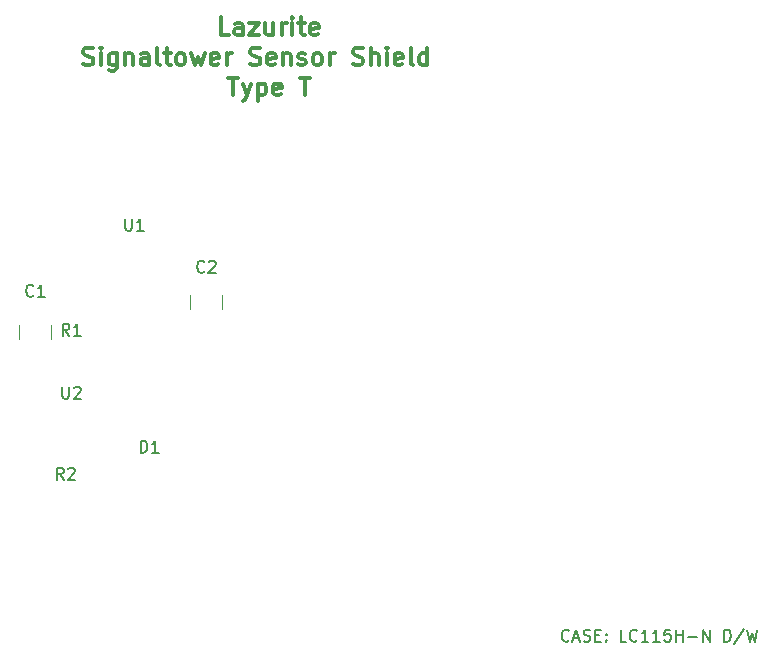
<source format=gbr>
G04 #@! TF.GenerationSoftware,KiCad,Pcbnew,(5.1.4)-1*
G04 #@! TF.CreationDate,2019-11-08T16:07:48+09:00*
G04 #@! TF.ProjectId,signaltowr_hikarikensyutu,7369676e-616c-4746-9f77-725f68696b61,rev?*
G04 #@! TF.SameCoordinates,Original*
G04 #@! TF.FileFunction,Legend,Top*
G04 #@! TF.FilePolarity,Positive*
%FSLAX46Y46*%
G04 Gerber Fmt 4.6, Leading zero omitted, Abs format (unit mm)*
G04 Created by KiCad (PCBNEW (5.1.4)-1) date 2019-11-08 16:07:48*
%MOMM*%
%LPD*%
G04 APERTURE LIST*
%ADD10C,0.300000*%
%ADD11C,0.150000*%
%ADD12C,0.120000*%
G04 APERTURE END LIST*
D10*
X115479142Y-56294571D02*
X114764857Y-56294571D01*
X114764857Y-54794571D01*
X116622000Y-56294571D02*
X116622000Y-55508857D01*
X116550571Y-55366000D01*
X116407714Y-55294571D01*
X116122000Y-55294571D01*
X115979142Y-55366000D01*
X116622000Y-56223142D02*
X116479142Y-56294571D01*
X116122000Y-56294571D01*
X115979142Y-56223142D01*
X115907714Y-56080285D01*
X115907714Y-55937428D01*
X115979142Y-55794571D01*
X116122000Y-55723142D01*
X116479142Y-55723142D01*
X116622000Y-55651714D01*
X117193428Y-55294571D02*
X117979142Y-55294571D01*
X117193428Y-56294571D01*
X117979142Y-56294571D01*
X119193428Y-55294571D02*
X119193428Y-56294571D01*
X118550571Y-55294571D02*
X118550571Y-56080285D01*
X118622000Y-56223142D01*
X118764857Y-56294571D01*
X118979142Y-56294571D01*
X119122000Y-56223142D01*
X119193428Y-56151714D01*
X119907714Y-56294571D02*
X119907714Y-55294571D01*
X119907714Y-55580285D02*
X119979142Y-55437428D01*
X120050571Y-55366000D01*
X120193428Y-55294571D01*
X120336285Y-55294571D01*
X120836285Y-56294571D02*
X120836285Y-55294571D01*
X120836285Y-54794571D02*
X120764857Y-54866000D01*
X120836285Y-54937428D01*
X120907714Y-54866000D01*
X120836285Y-54794571D01*
X120836285Y-54937428D01*
X121336285Y-55294571D02*
X121907714Y-55294571D01*
X121550571Y-54794571D02*
X121550571Y-56080285D01*
X121622000Y-56223142D01*
X121764857Y-56294571D01*
X121907714Y-56294571D01*
X122979142Y-56223142D02*
X122836285Y-56294571D01*
X122550571Y-56294571D01*
X122407714Y-56223142D01*
X122336285Y-56080285D01*
X122336285Y-55508857D01*
X122407714Y-55366000D01*
X122550571Y-55294571D01*
X122836285Y-55294571D01*
X122979142Y-55366000D01*
X123050571Y-55508857D01*
X123050571Y-55651714D01*
X122336285Y-55794571D01*
X103122000Y-58773142D02*
X103336285Y-58844571D01*
X103693428Y-58844571D01*
X103836285Y-58773142D01*
X103907714Y-58701714D01*
X103979142Y-58558857D01*
X103979142Y-58416000D01*
X103907714Y-58273142D01*
X103836285Y-58201714D01*
X103693428Y-58130285D01*
X103407714Y-58058857D01*
X103264857Y-57987428D01*
X103193428Y-57916000D01*
X103122000Y-57773142D01*
X103122000Y-57630285D01*
X103193428Y-57487428D01*
X103264857Y-57416000D01*
X103407714Y-57344571D01*
X103764857Y-57344571D01*
X103979142Y-57416000D01*
X104622000Y-58844571D02*
X104622000Y-57844571D01*
X104622000Y-57344571D02*
X104550571Y-57416000D01*
X104622000Y-57487428D01*
X104693428Y-57416000D01*
X104622000Y-57344571D01*
X104622000Y-57487428D01*
X105979142Y-57844571D02*
X105979142Y-59058857D01*
X105907714Y-59201714D01*
X105836285Y-59273142D01*
X105693428Y-59344571D01*
X105479142Y-59344571D01*
X105336285Y-59273142D01*
X105979142Y-58773142D02*
X105836285Y-58844571D01*
X105550571Y-58844571D01*
X105407714Y-58773142D01*
X105336285Y-58701714D01*
X105264857Y-58558857D01*
X105264857Y-58130285D01*
X105336285Y-57987428D01*
X105407714Y-57916000D01*
X105550571Y-57844571D01*
X105836285Y-57844571D01*
X105979142Y-57916000D01*
X106693428Y-57844571D02*
X106693428Y-58844571D01*
X106693428Y-57987428D02*
X106764857Y-57916000D01*
X106907714Y-57844571D01*
X107122000Y-57844571D01*
X107264857Y-57916000D01*
X107336285Y-58058857D01*
X107336285Y-58844571D01*
X108693428Y-58844571D02*
X108693428Y-58058857D01*
X108622000Y-57916000D01*
X108479142Y-57844571D01*
X108193428Y-57844571D01*
X108050571Y-57916000D01*
X108693428Y-58773142D02*
X108550571Y-58844571D01*
X108193428Y-58844571D01*
X108050571Y-58773142D01*
X107979142Y-58630285D01*
X107979142Y-58487428D01*
X108050571Y-58344571D01*
X108193428Y-58273142D01*
X108550571Y-58273142D01*
X108693428Y-58201714D01*
X109622000Y-58844571D02*
X109479142Y-58773142D01*
X109407714Y-58630285D01*
X109407714Y-57344571D01*
X109979142Y-57844571D02*
X110550571Y-57844571D01*
X110193428Y-57344571D02*
X110193428Y-58630285D01*
X110264857Y-58773142D01*
X110407714Y-58844571D01*
X110550571Y-58844571D01*
X111264857Y-58844571D02*
X111122000Y-58773142D01*
X111050571Y-58701714D01*
X110979142Y-58558857D01*
X110979142Y-58130285D01*
X111050571Y-57987428D01*
X111122000Y-57916000D01*
X111264857Y-57844571D01*
X111479142Y-57844571D01*
X111622000Y-57916000D01*
X111693428Y-57987428D01*
X111764857Y-58130285D01*
X111764857Y-58558857D01*
X111693428Y-58701714D01*
X111622000Y-58773142D01*
X111479142Y-58844571D01*
X111264857Y-58844571D01*
X112264857Y-57844571D02*
X112550571Y-58844571D01*
X112836285Y-58130285D01*
X113122000Y-58844571D01*
X113407714Y-57844571D01*
X114550571Y-58773142D02*
X114407714Y-58844571D01*
X114122000Y-58844571D01*
X113979142Y-58773142D01*
X113907714Y-58630285D01*
X113907714Y-58058857D01*
X113979142Y-57916000D01*
X114122000Y-57844571D01*
X114407714Y-57844571D01*
X114550571Y-57916000D01*
X114622000Y-58058857D01*
X114622000Y-58201714D01*
X113907714Y-58344571D01*
X115264857Y-58844571D02*
X115264857Y-57844571D01*
X115264857Y-58130285D02*
X115336285Y-57987428D01*
X115407714Y-57916000D01*
X115550571Y-57844571D01*
X115693428Y-57844571D01*
X117264857Y-58773142D02*
X117479142Y-58844571D01*
X117836285Y-58844571D01*
X117979142Y-58773142D01*
X118050571Y-58701714D01*
X118122000Y-58558857D01*
X118122000Y-58416000D01*
X118050571Y-58273142D01*
X117979142Y-58201714D01*
X117836285Y-58130285D01*
X117550571Y-58058857D01*
X117407714Y-57987428D01*
X117336285Y-57916000D01*
X117264857Y-57773142D01*
X117264857Y-57630285D01*
X117336285Y-57487428D01*
X117407714Y-57416000D01*
X117550571Y-57344571D01*
X117907714Y-57344571D01*
X118122000Y-57416000D01*
X119336285Y-58773142D02*
X119193428Y-58844571D01*
X118907714Y-58844571D01*
X118764857Y-58773142D01*
X118693428Y-58630285D01*
X118693428Y-58058857D01*
X118764857Y-57916000D01*
X118907714Y-57844571D01*
X119193428Y-57844571D01*
X119336285Y-57916000D01*
X119407714Y-58058857D01*
X119407714Y-58201714D01*
X118693428Y-58344571D01*
X120050571Y-57844571D02*
X120050571Y-58844571D01*
X120050571Y-57987428D02*
X120122000Y-57916000D01*
X120264857Y-57844571D01*
X120479142Y-57844571D01*
X120622000Y-57916000D01*
X120693428Y-58058857D01*
X120693428Y-58844571D01*
X121336285Y-58773142D02*
X121479142Y-58844571D01*
X121764857Y-58844571D01*
X121907714Y-58773142D01*
X121979142Y-58630285D01*
X121979142Y-58558857D01*
X121907714Y-58416000D01*
X121764857Y-58344571D01*
X121550571Y-58344571D01*
X121407714Y-58273142D01*
X121336285Y-58130285D01*
X121336285Y-58058857D01*
X121407714Y-57916000D01*
X121550571Y-57844571D01*
X121764857Y-57844571D01*
X121907714Y-57916000D01*
X122836285Y-58844571D02*
X122693428Y-58773142D01*
X122622000Y-58701714D01*
X122550571Y-58558857D01*
X122550571Y-58130285D01*
X122622000Y-57987428D01*
X122693428Y-57916000D01*
X122836285Y-57844571D01*
X123050571Y-57844571D01*
X123193428Y-57916000D01*
X123264857Y-57987428D01*
X123336285Y-58130285D01*
X123336285Y-58558857D01*
X123264857Y-58701714D01*
X123193428Y-58773142D01*
X123050571Y-58844571D01*
X122836285Y-58844571D01*
X123979142Y-58844571D02*
X123979142Y-57844571D01*
X123979142Y-58130285D02*
X124050571Y-57987428D01*
X124122000Y-57916000D01*
X124264857Y-57844571D01*
X124407714Y-57844571D01*
X125979142Y-58773142D02*
X126193428Y-58844571D01*
X126550571Y-58844571D01*
X126693428Y-58773142D01*
X126764857Y-58701714D01*
X126836285Y-58558857D01*
X126836285Y-58416000D01*
X126764857Y-58273142D01*
X126693428Y-58201714D01*
X126550571Y-58130285D01*
X126264857Y-58058857D01*
X126122000Y-57987428D01*
X126050571Y-57916000D01*
X125979142Y-57773142D01*
X125979142Y-57630285D01*
X126050571Y-57487428D01*
X126122000Y-57416000D01*
X126264857Y-57344571D01*
X126622000Y-57344571D01*
X126836285Y-57416000D01*
X127479142Y-58844571D02*
X127479142Y-57344571D01*
X128122000Y-58844571D02*
X128122000Y-58058857D01*
X128050571Y-57916000D01*
X127907714Y-57844571D01*
X127693428Y-57844571D01*
X127550571Y-57916000D01*
X127479142Y-57987428D01*
X128836285Y-58844571D02*
X128836285Y-57844571D01*
X128836285Y-57344571D02*
X128764857Y-57416000D01*
X128836285Y-57487428D01*
X128907714Y-57416000D01*
X128836285Y-57344571D01*
X128836285Y-57487428D01*
X130122000Y-58773142D02*
X129979142Y-58844571D01*
X129693428Y-58844571D01*
X129550571Y-58773142D01*
X129479142Y-58630285D01*
X129479142Y-58058857D01*
X129550571Y-57916000D01*
X129693428Y-57844571D01*
X129979142Y-57844571D01*
X130122000Y-57916000D01*
X130193428Y-58058857D01*
X130193428Y-58201714D01*
X129479142Y-58344571D01*
X131050571Y-58844571D02*
X130907714Y-58773142D01*
X130836285Y-58630285D01*
X130836285Y-57344571D01*
X132264857Y-58844571D02*
X132264857Y-57344571D01*
X132264857Y-58773142D02*
X132122000Y-58844571D01*
X131836285Y-58844571D01*
X131693428Y-58773142D01*
X131622000Y-58701714D01*
X131550571Y-58558857D01*
X131550571Y-58130285D01*
X131622000Y-57987428D01*
X131693428Y-57916000D01*
X131836285Y-57844571D01*
X132122000Y-57844571D01*
X132264857Y-57916000D01*
X115407714Y-59894571D02*
X116264857Y-59894571D01*
X115836285Y-61394571D02*
X115836285Y-59894571D01*
X116622000Y-60394571D02*
X116979142Y-61394571D01*
X117336285Y-60394571D02*
X116979142Y-61394571D01*
X116836285Y-61751714D01*
X116764857Y-61823142D01*
X116622000Y-61894571D01*
X117907714Y-60394571D02*
X117907714Y-61894571D01*
X117907714Y-60466000D02*
X118050571Y-60394571D01*
X118336285Y-60394571D01*
X118479142Y-60466000D01*
X118550571Y-60537428D01*
X118622000Y-60680285D01*
X118622000Y-61108857D01*
X118550571Y-61251714D01*
X118479142Y-61323142D01*
X118336285Y-61394571D01*
X118050571Y-61394571D01*
X117907714Y-61323142D01*
X119836285Y-61323142D02*
X119693428Y-61394571D01*
X119407714Y-61394571D01*
X119264857Y-61323142D01*
X119193428Y-61180285D01*
X119193428Y-60608857D01*
X119264857Y-60466000D01*
X119407714Y-60394571D01*
X119693428Y-60394571D01*
X119836285Y-60466000D01*
X119907714Y-60608857D01*
X119907714Y-60751714D01*
X119193428Y-60894571D01*
X121479142Y-59894571D02*
X122336285Y-59894571D01*
X121907714Y-61394571D02*
X121907714Y-59894571D01*
D11*
X144249142Y-107545142D02*
X144201523Y-107592761D01*
X144058666Y-107640380D01*
X143963428Y-107640380D01*
X143820571Y-107592761D01*
X143725333Y-107497523D01*
X143677714Y-107402285D01*
X143630095Y-107211809D01*
X143630095Y-107068952D01*
X143677714Y-106878476D01*
X143725333Y-106783238D01*
X143820571Y-106688000D01*
X143963428Y-106640380D01*
X144058666Y-106640380D01*
X144201523Y-106688000D01*
X144249142Y-106735619D01*
X144630095Y-107354666D02*
X145106285Y-107354666D01*
X144534857Y-107640380D02*
X144868190Y-106640380D01*
X145201523Y-107640380D01*
X145487238Y-107592761D02*
X145630095Y-107640380D01*
X145868190Y-107640380D01*
X145963428Y-107592761D01*
X146011047Y-107545142D01*
X146058666Y-107449904D01*
X146058666Y-107354666D01*
X146011047Y-107259428D01*
X145963428Y-107211809D01*
X145868190Y-107164190D01*
X145677714Y-107116571D01*
X145582476Y-107068952D01*
X145534857Y-107021333D01*
X145487238Y-106926095D01*
X145487238Y-106830857D01*
X145534857Y-106735619D01*
X145582476Y-106688000D01*
X145677714Y-106640380D01*
X145915809Y-106640380D01*
X146058666Y-106688000D01*
X146487238Y-107116571D02*
X146820571Y-107116571D01*
X146963428Y-107640380D02*
X146487238Y-107640380D01*
X146487238Y-106640380D01*
X146963428Y-106640380D01*
X147392000Y-107545142D02*
X147439619Y-107592761D01*
X147392000Y-107640380D01*
X147344380Y-107592761D01*
X147392000Y-107545142D01*
X147392000Y-107640380D01*
X147392000Y-107021333D02*
X147439619Y-107068952D01*
X147392000Y-107116571D01*
X147344380Y-107068952D01*
X147392000Y-107021333D01*
X147392000Y-107116571D01*
X149106285Y-107640380D02*
X148630095Y-107640380D01*
X148630095Y-106640380D01*
X150011047Y-107545142D02*
X149963428Y-107592761D01*
X149820571Y-107640380D01*
X149725333Y-107640380D01*
X149582476Y-107592761D01*
X149487238Y-107497523D01*
X149439619Y-107402285D01*
X149392000Y-107211809D01*
X149392000Y-107068952D01*
X149439619Y-106878476D01*
X149487238Y-106783238D01*
X149582476Y-106688000D01*
X149725333Y-106640380D01*
X149820571Y-106640380D01*
X149963428Y-106688000D01*
X150011047Y-106735619D01*
X150963428Y-107640380D02*
X150392000Y-107640380D01*
X150677714Y-107640380D02*
X150677714Y-106640380D01*
X150582476Y-106783238D01*
X150487238Y-106878476D01*
X150392000Y-106926095D01*
X151915809Y-107640380D02*
X151344380Y-107640380D01*
X151630095Y-107640380D02*
X151630095Y-106640380D01*
X151534857Y-106783238D01*
X151439619Y-106878476D01*
X151344380Y-106926095D01*
X152820571Y-106640380D02*
X152344380Y-106640380D01*
X152296761Y-107116571D01*
X152344380Y-107068952D01*
X152439619Y-107021333D01*
X152677714Y-107021333D01*
X152772952Y-107068952D01*
X152820571Y-107116571D01*
X152868190Y-107211809D01*
X152868190Y-107449904D01*
X152820571Y-107545142D01*
X152772952Y-107592761D01*
X152677714Y-107640380D01*
X152439619Y-107640380D01*
X152344380Y-107592761D01*
X152296761Y-107545142D01*
X153296761Y-107640380D02*
X153296761Y-106640380D01*
X153296761Y-107116571D02*
X153868190Y-107116571D01*
X153868190Y-107640380D02*
X153868190Y-106640380D01*
X154344380Y-107259428D02*
X155106285Y-107259428D01*
X155582476Y-107640380D02*
X155582476Y-106640380D01*
X156153904Y-107640380D01*
X156153904Y-106640380D01*
X157392000Y-107640380D02*
X157392000Y-106640380D01*
X157630095Y-106640380D01*
X157772952Y-106688000D01*
X157868190Y-106783238D01*
X157915809Y-106878476D01*
X157963428Y-107068952D01*
X157963428Y-107211809D01*
X157915809Y-107402285D01*
X157868190Y-107497523D01*
X157772952Y-107592761D01*
X157630095Y-107640380D01*
X157392000Y-107640380D01*
X159106285Y-106592761D02*
X158249142Y-107878476D01*
X159344380Y-106640380D02*
X159582476Y-107640380D01*
X159772952Y-106926095D01*
X159963428Y-107640380D01*
X160201523Y-106640380D01*
D12*
X114898000Y-79466064D02*
X114898000Y-78261936D01*
X112178000Y-79466064D02*
X112178000Y-78261936D01*
X100420000Y-82006064D02*
X100420000Y-80801936D01*
X97700000Y-82006064D02*
X97700000Y-80801936D01*
D11*
X101346095Y-86066380D02*
X101346095Y-86875904D01*
X101393714Y-86971142D01*
X101441333Y-87018761D01*
X101536571Y-87066380D01*
X101727047Y-87066380D01*
X101822285Y-87018761D01*
X101869904Y-86971142D01*
X101917523Y-86875904D01*
X101917523Y-86066380D01*
X102346095Y-86161619D02*
X102393714Y-86114000D01*
X102488952Y-86066380D01*
X102727047Y-86066380D01*
X102822285Y-86114000D01*
X102869904Y-86161619D01*
X102917523Y-86256857D01*
X102917523Y-86352095D01*
X102869904Y-86494952D01*
X102298476Y-87066380D01*
X102917523Y-87066380D01*
X101941333Y-81732380D02*
X101608000Y-81256190D01*
X101369904Y-81732380D02*
X101369904Y-80732380D01*
X101750857Y-80732380D01*
X101846095Y-80780000D01*
X101893714Y-80827619D01*
X101941333Y-80922857D01*
X101941333Y-81065714D01*
X101893714Y-81160952D01*
X101846095Y-81208571D01*
X101750857Y-81256190D01*
X101369904Y-81256190D01*
X102893714Y-81732380D02*
X102322285Y-81732380D01*
X102608000Y-81732380D02*
X102608000Y-80732380D01*
X102512761Y-80875238D01*
X102417523Y-80970476D01*
X102322285Y-81018095D01*
X106680095Y-71842380D02*
X106680095Y-72651904D01*
X106727714Y-72747142D01*
X106775333Y-72794761D01*
X106870571Y-72842380D01*
X107061047Y-72842380D01*
X107156285Y-72794761D01*
X107203904Y-72747142D01*
X107251523Y-72651904D01*
X107251523Y-71842380D01*
X108251523Y-72842380D02*
X107680095Y-72842380D01*
X107965809Y-72842380D02*
X107965809Y-71842380D01*
X107870571Y-71985238D01*
X107775333Y-72080476D01*
X107680095Y-72128095D01*
X101456333Y-93924380D02*
X101123000Y-93448190D01*
X100884904Y-93924380D02*
X100884904Y-92924380D01*
X101265857Y-92924380D01*
X101361095Y-92972000D01*
X101408714Y-93019619D01*
X101456333Y-93114857D01*
X101456333Y-93257714D01*
X101408714Y-93352952D01*
X101361095Y-93400571D01*
X101265857Y-93448190D01*
X100884904Y-93448190D01*
X101837285Y-93019619D02*
X101884904Y-92972000D01*
X101980142Y-92924380D01*
X102218238Y-92924380D01*
X102313476Y-92972000D01*
X102361095Y-93019619D01*
X102408714Y-93114857D01*
X102408714Y-93210095D01*
X102361095Y-93352952D01*
X101789666Y-93924380D01*
X102408714Y-93924380D01*
X107973904Y-91638380D02*
X107973904Y-90638380D01*
X108212000Y-90638380D01*
X108354857Y-90686000D01*
X108450095Y-90781238D01*
X108497714Y-90876476D01*
X108545333Y-91066952D01*
X108545333Y-91209809D01*
X108497714Y-91400285D01*
X108450095Y-91495523D01*
X108354857Y-91590761D01*
X108212000Y-91638380D01*
X107973904Y-91638380D01*
X109497714Y-91638380D02*
X108926285Y-91638380D01*
X109212000Y-91638380D02*
X109212000Y-90638380D01*
X109116761Y-90781238D01*
X109021523Y-90876476D01*
X108926285Y-90924095D01*
X113371333Y-76303142D02*
X113323714Y-76350761D01*
X113180857Y-76398380D01*
X113085619Y-76398380D01*
X112942761Y-76350761D01*
X112847523Y-76255523D01*
X112799904Y-76160285D01*
X112752285Y-75969809D01*
X112752285Y-75826952D01*
X112799904Y-75636476D01*
X112847523Y-75541238D01*
X112942761Y-75446000D01*
X113085619Y-75398380D01*
X113180857Y-75398380D01*
X113323714Y-75446000D01*
X113371333Y-75493619D01*
X113752285Y-75493619D02*
X113799904Y-75446000D01*
X113895142Y-75398380D01*
X114133238Y-75398380D01*
X114228476Y-75446000D01*
X114276095Y-75493619D01*
X114323714Y-75588857D01*
X114323714Y-75684095D01*
X114276095Y-75826952D01*
X113704666Y-76398380D01*
X114323714Y-76398380D01*
X98893333Y-78335142D02*
X98845714Y-78382761D01*
X98702857Y-78430380D01*
X98607619Y-78430380D01*
X98464761Y-78382761D01*
X98369523Y-78287523D01*
X98321904Y-78192285D01*
X98274285Y-78001809D01*
X98274285Y-77858952D01*
X98321904Y-77668476D01*
X98369523Y-77573238D01*
X98464761Y-77478000D01*
X98607619Y-77430380D01*
X98702857Y-77430380D01*
X98845714Y-77478000D01*
X98893333Y-77525619D01*
X99845714Y-78430380D02*
X99274285Y-78430380D01*
X99560000Y-78430380D02*
X99560000Y-77430380D01*
X99464761Y-77573238D01*
X99369523Y-77668476D01*
X99274285Y-77716095D01*
M02*

</source>
